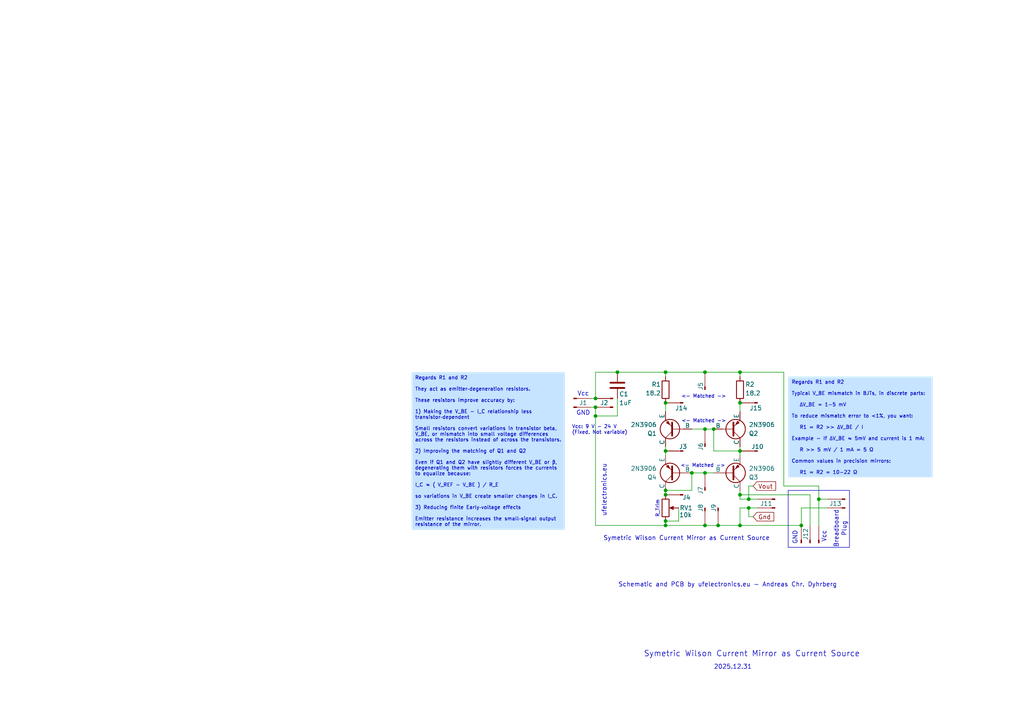
<source format=kicad_sch>
(kicad_sch (version 20250114) (generator "eeschema") (generator_version "9.0")
  (paper "A4")
  (lib_symbols
    (symbol "Conn_01x02_Pin_1" (pin_numbers (hide yes)) (pin_names (offset 1.016) (hide yes))
      (property "Reference" "J" (at 0 2.54 0))
      (property "Value" "Conn_01x02_Pin" (at 0 -5.08 0))
      (symbol "Conn_01x02_Pin_1_1_1"
        (rectangle (start 0.8636 0.127) (end 0 -0.127) (stroke (width 0.1524)) (fill (type outline)))
        (rectangle (start 0.8636 -2.413) (end 0 -2.667) (stroke (width 0.1524)) (fill (type outline)))
        (polyline (pts (xy 1.27 0) (xy 0.8636 0)) (stroke (width 0.1524)))
        (polyline (pts (xy 1.27 -2.54) (xy 0.8636 -2.54)) (stroke (width 0.1524)))
        (pin passive line (at 5.08 0 180) (length 3.81) (name "Pin_1") (number "1"))
        (pin passive line (at 5.08 -2.54 180) (length 3.81) (name "Pin_2") (number "2"))
      )
    )
    (symbol "Conn_01x02_Pin_2" (pin_numbers (hide yes)) (pin_names (offset 1.016) (hide yes))
      (property "Reference" "J" (at 0 2.54 0))
      (property "Value" "Conn_01x02_Pin" (at 0 -5.08 0))
      (symbol "Conn_01x02_Pin_2_1_1"
        (rectangle (start 0.8636 0.127) (end 0 -0.127) (stroke (width 0.1524)) (fill (type outline)))
        (rectangle (start 0.8636 -2.413) (end 0 -2.667) (stroke (width 0.1524)) (fill (type outline)))
        (polyline (pts (xy 1.27 0) (xy 0.8636 0)) (stroke (width 0.1524)))
        (polyline (pts (xy 1.27 -2.54) (xy 0.8636 -2.54)) (stroke (width 0.1524)))
        (pin passive line (at 5.08 0 180) (length 3.81) (name "Pin_1") (number "1"))
        (pin passive line (at 5.08 -2.54 180) (length 3.81) (name "Pin_2") (number "2"))
      )
    )
    (symbol "Conn_01x02_Pin_3" (pin_numbers (hide yes)) (pin_names (offset 1.016) (hide yes))
      (property "Reference" "J" (at 0 2.54 0))
      (property "Value" "Conn_01x02_Pin" (at 0 -5.08 0))
      (symbol "Conn_01x02_Pin_3_1_1"
        (rectangle (start 0.8636 0.127) (end 0 -0.127) (stroke (width 0.1524)) (fill (type outline)))
        (rectangle (start 0.8636 -2.413) (end 0 -2.667) (stroke (width 0.1524)) (fill (type outline)))
        (polyline (pts (xy 1.27 0) (xy 0.8636 0)) (stroke (width 0.1524)))
        (polyline (pts (xy 1.27 -2.54) (xy 0.8636 -2.54)) (stroke (width 0.1524)))
        (pin passive line (at 5.08 0 180) (length 3.81) (name "Pin_1") (number "1"))
        (pin passive line (at 5.08 -2.54 180) (length 3.81) (name "Pin_2") (number "2"))
      )
    )
    (symbol "Connector:Conn_01x01_Pin" (pin_numbers (hide yes)) (pin_names (offset 1.016) (hide yes))
      (property "Reference" "J" (at 0 2.54 0))
      (property "Value" "Conn_01x01_Pin" (at 0 -2.54 0))
      (symbol "Conn_01x01_Pin_1_1"
        (rectangle (start 0.8636 0.127) (end 0 -0.127) (stroke (width 0.1524)) (fill (type outline)))
        (polyline (pts (xy 1.27 0) (xy 0.8636 0)) (stroke (width 0.1524)))
        (pin passive line (at 5.08 0 180) (length 3.81) (name "Pin_1") (number "1"))
      )
    )
    (symbol "Connector:Conn_01x02_Pin" (pin_numbers (hide yes)) (pin_names (offset 1.016) (hide yes))
      (property "Reference" "J" (at 0 2.54 0))
      (property "Value" "Conn_01x02_Pin" (at 0 -5.08 0))
      (symbol "Conn_01x02_Pin_1_1"
        (rectangle (start 0.8636 0.127) (end 0 -0.127) (stroke (width 0.1524)) (fill (type outline)))
        (rectangle (start 0.8636 -2.413) (end 0 -2.667) (stroke (width 0.1524)) (fill (type outline)))
        (polyline (pts (xy 1.27 0) (xy 0.8636 0)) (stroke (width 0.1524)))
        (polyline (pts (xy 1.27 -2.54) (xy 0.8636 -2.54)) (stroke (width 0.1524)))
        (pin passive line (at 5.08 0 180) (length 3.81) (name "Pin_1") (number "1"))
        (pin passive line (at 5.08 -2.54 180) (length 3.81) (name "Pin_2") (number "2"))
      )
    )
    (symbol "Connector:Conn_01x03_Pin" (pin_numbers (hide yes)) (pin_names (offset 1.016) (hide yes))
      (property "Reference" "J" (at 0 5.08 0))
      (property "Value" "Conn_01x03_Pin" (at 0 -5.08 0))
      (symbol "Conn_01x03_Pin_1_1"
        (rectangle (start 0.8636 2.667) (end 0 2.413) (stroke (width 0.1524)) (fill (type outline)))
        (rectangle (start 0.8636 0.127) (end 0 -0.127) (stroke (width 0.1524)) (fill (type outline)))
        (rectangle (start 0.8636 -2.413) (end 0 -2.667) (stroke (width 0.1524)) (fill (type outline)))
        (polyline (pts (xy 1.27 2.54) (xy 0.8636 2.54)) (stroke (width 0.1524)))
        (polyline (pts (xy 1.27 0) (xy 0.8636 0)) (stroke (width 0.1524)))
        (polyline (pts (xy 1.27 -2.54) (xy 0.8636 -2.54)) (stroke (width 0.1524)))
        (pin passive line (at 5.08 2.54 180) (length 3.81) (name "Pin_1") (number "1"))
        (pin passive line (at 5.08 0 180) (length 3.81) (name "Pin_2") (number "2"))
        (pin passive line (at 5.08 -2.54 180) (length 3.81) (name "Pin_3") (number "3"))
      )
    )
    (symbol "Device:C" (pin_numbers (hide yes)) (pin_names (offset 0.254))
      (property "Reference" "C" (at 0.635 2.54 0))
      (property "Value" "C" (at 0.635 -2.54 0))
      (symbol "C_0_1"
        (polyline (pts (xy -2.032 0.762) (xy 2.032 0.762)) (stroke (width 0.508)))
        (polyline (pts (xy -2.032 -0.762) (xy 2.032 -0.762)) (stroke (width 0.508)))
      )
      (symbol "C_1_1"
        (pin passive line (at 0 3.81 270) (length 2.794) (name "~") (number "1"))
        (pin passive line (at 0 -3.81 90) (length 2.794) (name "~") (number "2"))
      )
    )
    (symbol "Device:R" (pin_numbers (hide yes)) (pin_names (offset 0))
      (property "Reference" "R" (at 2.032 0 90))
      (property "Value" "R" (at 0 0 90))
      (symbol "R_0_1"
        (rectangle (start -1.016 -2.54) (end 1.016 2.54) (stroke (width 0.254)))
      )
      (symbol "R_1_1"
        (pin passive line (at 0 3.81 270) (length 1.27) (name "~") (number "1"))
        (pin passive line (at 0 -3.81 90) (length 1.27) (name "~") (number "2"))
      )
    )
    (symbol "Device:R_Potentiometer" (pin_numbers (hide yes)) (pin_names (offset 1.016) (hide yes))
      (property "Reference" "RV" (at -4.445 0 90))
      (property "Value" "R_Potentiometer" (at -2.54 0 90))
      (symbol "R_Potentiometer_0_1"
        (rectangle (start 1.016 2.54) (end -1.016 -2.54) (stroke (width 0.254)))
        (polyline (pts (xy 1.143 0) (xy 2.286 0.508) (xy 2.286 -0.508) (xy 1.143 0)) (fill (type outline)))
        (polyline (pts (xy 2.54 0) (xy 1.524 0)))
      )
      (symbol "R_Potentiometer_1_1"
        (pin passive line (at 0 3.81 270) (length 1.27) (name "1") (number "1"))
        (pin passive line (at 0 -3.81 90) (length 1.27) (name "3") (number "3"))
        (pin passive line (at 3.81 0 180) (length 1.27) (name "2") (number "2"))
      )
    )
    (symbol "Simulation_SPICE:PNP" (pin_numbers (hide yes)) (pin_names (offset 0))
      (property "Reference" "Q" (at -2.54 7.62 0))
      (property "Value" "PNP" (at -2.54 5.08 0))
      (symbol "PNP_0_1"
        (polyline (pts (xy -2.54 0) (xy 0.635 0)) (stroke (width 0.1524)))
        (polyline (pts (xy 0.635 1.905) (xy 0.635 -1.905) (xy 0.635 -1.905)) (stroke (width 0.508)))
        (polyline (pts (xy 0.635 0.635) (xy 2.54 2.54)))
        (polyline (pts (xy 0.635 -0.635) (xy 2.54 -2.54) (xy 2.54 -2.54)))
        (circle (center 1.27 0) (radius 2.8194) (stroke (width 0.254)))
        (polyline (pts (xy 2.286 -1.778) (xy 1.778 -2.286) (xy 1.27 -1.27) (xy 2.286 -1.778) (xy 2.286 -1.778)) (fill (type outline)))
      )
      (symbol "PNP_1_1"
        (pin input line (at -5.08 0 0) (length 2.54) (name "B") (number "2"))
        (pin open_collector line (at 2.54 5.08 270) (length 2.54) (name "C") (number "1"))
        (pin open_emitter line (at 2.54 -5.08 90) (length 2.54) (name "E") (number "3"))
      )
    )
  )
  (rectangle (start 228.6 142.24) (end 246.38 158.75))
  (text "2025.12.31" (at 207.01 193.548 0) (effects (font (size 1.27 1.27)) (justify left)))
  (text "<- Matched ->" (at 197.612 122.174 0) (effects (font (size 1.016 1.016)) (justify left)))
  (text "R_Trim" (at 190.754 147.574 90) (effects (font (size 1.016 1.016))))
  (text "<- Matched ->" (at 197.612 115.062 0) (effects (font (size 1.016 1.016)) (justify left)))
  (text "ufelectronics.eu" (at 175.26 142.24 90) (effects (font (size 1.27 1.27))))
  (text "Symetric Wilson Current Mirror as Current Source" (at 199.136 156.21 0) (effects (font (size 1.27 1.27))))
  (text "Plug" (at 244.856 153.416 90) (effects (font (size 1.27 1.27))))
  (text "Symetric Wilson Current Mirror as Current Source" (at 186.69 189.738 0) (effects (font (size 1.651 1.651)) (justify left)))
  (text "Schematic and PCB by ufelectronics.eu - Andreas Chr. Dyhrberg" (at 179.324 169.672 0) (effects (font (size 1.27 1.27)) (justify left)))
  (text "<- Matched ->" (at 197.358 135.128 0) (effects (font (size 1.016 1.016)) (justify left)))
  (text "Vcc" (at 169.164 114.3 0) (effects (font (size 1.27 1.27))))
  (text "GND" (at 169.164 119.888 0) (effects (font (size 1.27 1.27))))
  (text "Vcc" (at 239.014 153.924 90) (effects (font (size 1.27 1.27)) (justify right)))
  (text "Vcc: 9 V - 24 V\n(Fixed, Not variable)" (at 165.862 124.714 0) (effects (font (size 1.016 1.016)) (justify left)))
  (text "Breadboard" (at 242.57 153.416 90) (effects (font (size 1.27 1.27))))
  (text "GND" (at 230.632 155.956 90) (effects (font (size 1.27 1.27))))
  (text_box "Regards R1 and R2\n\nThey act as emitter‑degeneration resistors.\n\nThese resistors improve accuracy by:\n\n1) Making the V_BE - I_C relationship less transistor‑dependent\n\nSmall resistors convert variations in transistor beta, V_BE, or mismatch into small voltage differences across the resistors instead of across the transistors.\n\n2) Improving the matching of Q1 and Q2\n\nEven if Q1 and Q2 have slightly different V_BE or β, degenerating them with resistors forces the currents to equalize because:\n\nI_C ≈ ( V_REF − V_BE ) / R_E\n \nso variations in V_BE create smaller changes in I_C.\n\n3) Reducing finite Early‑voltage effects\n\nEmitter resistance increases the small‑signal output resistance of the mirror." (at 119.38 107.95 0) (size 44.45 45.72) (margins 0.9525 0.9525 0.9525 0.9525) (stroke (width -0.0001)) (fill (type color) (color 198 227 255 1)) (effects (font (size 1.016 1.016)) (justify left top)))
  (text_box "Regards R1 and R2\n\nTypical V_BE mismatch in BJTs, in discrete parts: \n\n   ΔV_BE​​ = 1-5 mV\n\nTo reduce mismatch error to <1%, you want:\n\n   R1 = R2 >> ΔV_BE​​ / I\n\nExample - If ΔV_BE ≈ 5 mV and current is 1 mA:\n\n   R >> 5 mV / 1 mA = 5 Ω\n\nCommon values in precision mirrors:\n\n   R1 = R2 = 10-22 Ω" (at 228.6 109.22 0) (size 41.91 29.21) (margins 0.9525 0.9525 0.9525 0.9525) (stroke (width -0.0001)) (fill (type color) (color 198 227 255 1)) (effects (font (size 1.016 1.016)) (justify left top)))
  (junction (at 172.72 118.11))
  (junction (at 204.47 107.95))
  (junction (at 172.72 120.65))
  (junction (at 193.04 142.24))
  (junction (at 214.63 116.84))
  (junction (at 214.63 143.51))
  (junction (at 200.66 137.16))
  (junction (at 237.49 144.78))
  (junction (at 193.04 130.81))
  (junction (at 232.41 152.4))
  (junction (at 179.07 107.95))
  (junction (at 193.04 107.95))
  (junction (at 214.63 152.4))
  (junction (at 208.28 152.4))
  (junction (at 214.63 107.95))
  (junction (at 172.72 115.57))
  (junction (at 217.17 147.32))
  (junction (at 214.63 130.81))
  (junction (at 217.17 144.78))
  (junction (at 207.01 124.46))
  (junction (at 204.47 137.16))
  (junction (at 204.47 124.46))
  (junction (at 193.04 143.51))
  (junction (at 193.04 151.13))
  (junction (at 204.47 152.4))
  (junction (at 193.04 152.4))
  (junction (at 193.04 116.84))
  (wire (pts (xy 207.01 124.46) (xy 207.01 130.81)))
  (wire (pts (xy 193.04 107.95) (xy 204.47 107.95)))
  (wire (pts (xy 217.17 147.32) (xy 217.17 149.86)))
  (wire (pts (xy 232.41 147.32) (xy 232.41 152.4)))
  (wire (pts (xy 193.04 152.4) (xy 204.47 152.4)))
  (wire (pts (xy 240.03 147.32) (xy 232.41 147.32)))
  (wire (pts (xy 193.04 107.95) (xy 193.04 109.22)))
  (wire (pts (xy 193.04 130.81) (xy 193.04 132.08)))
  (wire (pts (xy 193.04 142.24) (xy 200.66 142.24)))
  (wire (pts (xy 218.44 140.97) (xy 217.17 140.97)))
  (wire (pts (xy 172.72 120.65) (xy 172.72 152.4)))
  (wire (pts (xy 217.17 147.32) (xy 219.71 147.32)))
  (wire (pts (xy 204.47 107.95) (xy 214.63 107.95)))
  (wire (pts (xy 172.72 152.4) (xy 193.04 152.4)))
  (wire (pts (xy 214.63 152.4) (xy 214.63 147.32)))
  (wire (pts (xy 193.04 143.51) (xy 193.04 142.24)))
  (wire (pts (xy 196.85 147.32) (xy 196.85 151.13)))
  (wire (pts (xy 179.07 115.57) (xy 179.07 120.65)))
  (wire (pts (xy 217.17 144.78) (xy 219.71 144.78)))
  (wire (pts (xy 227.33 107.95) (xy 214.63 107.95)))
  (wire (pts (xy 204.47 137.16) (xy 207.01 137.16)))
  (wire (pts (xy 214.63 143.51) (xy 214.63 144.78)))
  (wire (pts (xy 207.01 130.81) (xy 214.63 130.81)))
  (wire (pts (xy 214.63 147.32) (xy 217.17 147.32)))
  (wire (pts (xy 237.49 144.78) (xy 237.49 140.97)))
  (wire (pts (xy 227.33 140.97) (xy 227.33 107.95)))
  (wire (pts (xy 200.66 124.46) (xy 204.47 124.46)))
  (wire (pts (xy 218.44 149.86) (xy 217.17 149.86)))
  (wire (pts (xy 214.63 107.95) (xy 214.63 109.22)))
  (wire (pts (xy 204.47 152.4) (xy 208.28 152.4)))
  (wire (pts (xy 237.49 144.78) (xy 240.03 144.78)))
  (wire (pts (xy 172.72 107.95) (xy 172.72 115.57)))
  (wire (pts (xy 200.66 142.24) (xy 200.66 137.16)))
  (wire (pts (xy 179.07 107.95) (xy 193.04 107.95)))
  (wire (pts (xy 204.47 124.46) (xy 207.01 124.46)))
  (wire (pts (xy 214.63 144.78) (xy 217.17 144.78)))
  (wire (pts (xy 172.72 107.95) (xy 179.07 107.95)))
  (wire (pts (xy 234.95 152.4) (xy 234.95 143.51)))
  (wire (pts (xy 237.49 144.78) (xy 237.49 152.4)))
  (wire (pts (xy 171.45 115.57) (xy 172.72 115.57)))
  (wire (pts (xy 214.63 116.84) (xy 214.63 119.38)))
  (wire (pts (xy 214.63 130.81) (xy 214.63 132.08)))
  (wire (pts (xy 193.04 151.13) (xy 196.85 151.13)))
  (wire (pts (xy 217.17 140.97) (xy 217.17 144.78)))
  (wire (pts (xy 237.49 140.97) (xy 227.33 140.97)))
  (wire (pts (xy 193.04 129.54) (xy 193.04 130.81)))
  (wire (pts (xy 214.63 142.24) (xy 214.63 143.51)))
  (wire (pts (xy 179.07 120.65) (xy 172.72 120.65)))
  (wire (pts (xy 208.28 152.4) (xy 214.63 152.4)))
  (wire (pts (xy 232.41 152.4) (xy 214.63 152.4)))
  (wire (pts (xy 234.95 143.51) (xy 214.63 143.51)))
  (wire (pts (xy 193.04 116.84) (xy 193.04 119.38)))
  (wire (pts (xy 214.63 129.54) (xy 214.63 130.81)))
  (wire (pts (xy 171.45 118.11) (xy 172.72 118.11)))
  (wire (pts (xy 172.72 118.11) (xy 172.72 120.65)))
  (wire (pts (xy 193.04 151.13) (xy 193.04 152.4)))
  (wire (pts (xy 200.66 137.16) (xy 204.47 137.16)))
  (global_label "Gnd" (shape input) (at 218.44 149.86 0) (property "Intersheetrefs" "${INTERSHEET_REFS}" (effects (hide yes))))
  (global_label "Vout" (shape input) (at 218.44 140.97 0) (property "Intersheetrefs" "${INTERSHEET_REFS}" (effects (hide yes))))
  (symbol (lib_id "Connector:Conn_01x01_Pin") (at 198.12 116.84 0) (mirror y) (unit 1)
    (property "Reference" "J14" (at 197.612 118.364 0))
    (property "Value" "Conn_01x01_Pin" (effects (hide yes)))
    (property "Footprint" "Connector_PinHeader_2.54mm:PinHeader_1x01_P2.54mm_Vertical" (effects (hide yes)))
    (property "Description" "Generic connector, single row, 01x01, script generated" (effects (hide yes)))
  )
  (symbol (lib_id "Connector:Conn_01x01_Pin") (at 204.47 142.24 270) (mirror x) (unit 1)
    (property "Reference" "J7" (at 203.2 142.24 0))
    (property "Value" "Conn_01x01_Pin" (effects (hide yes)))
    (property "Footprint" "Connector_PinHeader_2.54mm:PinHeader_1x01_P2.54mm_Vertical" (effects (hide yes)))
    (property "Description" "Generic connector, single row, 01x01, script generated" (effects (hide yes)))
  )
  (symbol (lib_id "Simulation_SPICE:PNP") (at 212.09 124.46 0) (mirror x) (unit 1)
    (property "Reference" "Q2" (at 217.17 125.7301 0) (effects (justify left)))
    (property "Value" "2N3906" (at 217.17 123.1901 0) (effects (justify left)))
    (property "Footprint" "Package_TO_SOT_THT:TO-92_Inline_Wide" (effects (hide yes)))
    (property "Datasheet" "https://ngspice.sourceforge.io/docs/ngspice-html-manual/manual.xhtml#cha_BJTs" (effects (hide yes)))
    (property "Description" "Bipolar transistor symbol for simulation only, substrate tied to the emitter" (effects (hide yes)))
    (property "Sim.Device" "PNP" (effects (hide yes)))
    (property "Sim.Type" "GUMMELPOON" (effects (hide yes)))
    (property "Sim.Pins" "1=C 2=B 3=E" (effects (hide yes)))
    (property "Sim.Library" "spice-models/standard.lib" (effects (hide yes)))
    (property "Sim.Name" "2N3906" (effects (hide yes)))
  )
  (symbol (lib_id "Connector:Conn_01x02_Pin") (at 224.79 144.78 0) (mirror y) (unit 1)
    (property "Reference" "J11" (at 222.25 146.05 0))
    (property "Value" "Conn_01x02_Pin" (effects (hide yes)))
    (property "Footprint" "Connector_PinHeader_2.54mm:PinHeader_1x02_P2.54mm_Vertical" (effects (hide yes)))
    (property "Description" "Generic connector, single row, 01x02, script generated" (effects (hide yes)))
  )
  (symbol (lib_id "Connector:Conn_01x01_Pin") (at 204.47 147.32 270) (unit 1)
    (property "Reference" "J8" (at 203.2 147.32 0))
    (property "Value" "Conn_01x01_Pin" (effects (hide yes)))
    (property "Footprint" "Connector_PinHeader_2.54mm:PinHeader_1x01_P2.54mm_Vertical" (effects (hide yes)))
    (property "Description" "Generic connector, single row, 01x01, script generated" (effects (hide yes)))
  )
  (symbol (lib_id "Device:C") (at 179.07 111.76 0) (unit 1)
    (property "Reference" "C1" (at 179.578 114.3 0) (effects (justify left)))
    (property "Value" "1uF" (at 179.578 116.84 0) (effects (justify left)))
    (property "Footprint" "Capacitor_THT:C_Disc_D7.0mm_W2.5mm_P5.00mm" (effects (hide yes)))
    (property "Description" "Unpolarized capacitor" (effects (hide yes)))
  )
  (symbol (lib_id "Device:R") (at 193.04 113.03 0) (unit 1)
    (property "Reference" "R1" (at 188.976 111.506 0) (effects (justify left)))
    (property "Value" "18.2" (at 187.198 114.046 0) (effects (justify left)))
    (property "Footprint" "Resistor_THT:R_Axial_DIN0207_L6.3mm_D2.5mm_P10.16mm_Horizontal" (effects (hide yes)))
    (property "Description" "Resistor" (effects (hide yes)))
  )
  (symbol (lib_id "Simulation_SPICE:PNP") (at 195.58 137.16 180) (unit 1)
    (property "Reference" "Q4" (at 190.5 138.4301 0) (effects (justify left)))
    (property "Value" "2N3906" (at 190.5 135.8901 0) (effects (justify left)))
    (property "Footprint" "Package_TO_SOT_THT:TO-92_Inline_Wide" (effects (hide yes)))
    (property "Datasheet" "https://ngspice.sourceforge.io/docs/ngspice-html-manual/manual.xhtml#cha_BJTs" (effects (hide yes)))
    (property "Description" "Bipolar transistor symbol for simulation only, substrate tied to the emitter" (effects (hide yes)))
    (property "Sim.Device" "PNP" (effects (hide yes)))
    (property "Sim.Type" "GUMMELPOON" (effects (hide yes)))
    (property "Sim.Pins" "1=C 2=B 3=E" (effects (hide yes)))
    (property "Sim.Library" "spice-models/standard.lib" (effects (hide yes)))
    (property "Sim.Name" "2N3906" (effects (hide yes)))
  )
  (symbol (lib_id "Connector:Conn_01x01_Pin") (at 204.47 129.54 270) (mirror x) (unit 1)
    (property "Reference" "J6" (at 203.2 129.54 0))
    (property "Value" "Conn_01x01_Pin" (effects (hide yes)))
    (property "Footprint" "Connector_PinHeader_2.54mm:PinHeader_1x01_P2.54mm_Vertical" (effects (hide yes)))
    (property "Description" "Generic connector, single row, 01x01, script generated" (effects (hide yes)))
  )
  (symbol (lib_id "Connector:Conn_01x01_Pin") (at 219.71 130.81 0) (mirror y) (unit 1)
    (property "Reference" "J10" (at 219.71 129.54 0))
    (property "Value" "Conn_01x01_Pin" (effects (hide yes)))
    (property "Footprint" "Connector_PinHeader_2.54mm:PinHeader_1x01_P2.54mm_Vertical" (effects (hide yes)))
    (property "Description" "Generic connector, single row, 01x01, script generated" (effects (hide yes)))
  )
  (symbol (lib_id "Connector:Conn_01x01_Pin") (at 204.47 113.03 270) (mirror x) (unit 1)
    (property "Reference" "J5" (at 203.2 112.014 0))
    (property "Value" "Conn_01x01_Pin" (effects (hide yes)))
    (property "Footprint" "Connector_PinHeader_2.54mm:PinHeader_1x01_P2.54mm_Vertical" (effects (hide yes)))
    (property "Description" "Generic connector, single row, 01x01, script generated" (effects (hide yes)))
  )
  (symbol (lib_id "Device:R_Potentiometer") (at 193.04 147.32 0) (unit 1)
    (property "Reference" "RV1" (at 200.914 147.32 0) (effects (justify right)))
    (property "Value" "10k" (at 200.66 149.352 0) (effects (justify right)))
    (property "Footprint" "Potentiometer_THT:Potentiometer_Bourns_3296W_Vertical" (effects (hide yes)))
    (property "Datasheet" "https://eu.mouser.com/datasheet/3/40/1/3296.pdf" (effects (hide yes)))
    (property "Description" "Potentiometer" (effects (hide yes)))
  )
  (symbol (lib_id "Connector:Conn_01x01_Pin") (at 198.12 130.81 0) (mirror y) (unit 1)
    (property "Reference" "J3" (at 198.12 129.54 0))
    (property "Value" "Conn_01x01_Pin" (effects (hide yes)))
    (property "Footprint" "Connector_PinHeader_2.54mm:PinHeader_1x01_P2.54mm_Vertical" (effects (hide yes)))
    (property "Description" "Generic connector, single row, 01x01, script generated" (effects (hide yes)))
  )
  (symbol (lib_id "Connector:Conn_01x01_Pin") (at 198.12 143.51 180) (unit 1)
    (property "Reference" "J4" (at 199.136 144.272 0))
    (property "Value" "Conn_01x01_Pin" (effects (hide yes)))
    (property "Footprint" "Connector_PinHeader_2.54mm:PinHeader_1x01_P2.54mm_Vertical" (effects (hide yes)))
    (property "Description" "Generic connector, single row, 01x01, script generated" (effects (hide yes)))
  )
  (symbol (lib_name "Conn_01x02_Pin_1") (lib_id "Connector:Conn_01x02_Pin") (at 166.37 115.57 0) (unit 1)
    (property "Reference" "J1" (at 169.164 116.84 0))
    (property "Value" "Conn_01x02_Pin" (effects (hide yes)))
    (property "Footprint" "Connector_PinHeader_2.54mm:PinHeader_1x02_P2.54mm_Vertical" (effects (hide yes)))
    (property "Description" "Generic connector, single row, 01x02, script generated" (effects (hide yes)))
  )
  (symbol (lib_name "Conn_01x02_Pin_3") (lib_id "Connector:Conn_01x02_Pin") (at 245.11 144.78 0) (mirror y) (unit 1)
    (property "Reference" "J13" (at 242.316 146.05 0))
    (property "Value" "Conn_01x02_Pin" (effects (hide yes)))
    (property "Footprint" "Connector_PinHeader_2.54mm:PinHeader_1x02_P2.54mm_Vertical" (effects (hide yes)))
    (property "Description" "Generic connector, single row, 01x02, script generated" (effects (hide yes)))
  )
  (symbol (lib_id "Device:R") (at 214.63 113.03 0) (unit 1)
    (property "Reference" "R2" (at 216.154 111.506 0) (effects (justify left)))
    (property "Value" "18.2" (at 216.154 114.046 0) (effects (justify left)))
    (property "Footprint" "Resistor_THT:R_Axial_DIN0207_L6.3mm_D2.5mm_P10.16mm_Horizontal" (effects (hide yes)))
    (property "Description" "Resistor" (effects (hide yes)))
  )
  (symbol (lib_id "Simulation_SPICE:PNP") (at 212.09 137.16 0) (mirror x) (unit 1)
    (property "Reference" "Q3" (at 217.17 138.4301 0) (effects (justify left)))
    (property "Value" "2N3906" (at 217.17 135.8901 0) (effects (justify left)))
    (property "Footprint" "Package_TO_SOT_THT:TO-92_Inline_Wide" (effects (hide yes)))
    (property "Datasheet" "https://ngspice.sourceforge.io/docs/ngspice-html-manual/manual.xhtml#cha_BJTs" (effects (hide yes)))
    (property "Description" "Bipolar transistor symbol for simulation only, substrate tied to the emitter" (effects (hide yes)))
    (property "Sim.Device" "PNP" (effects (hide yes)))
    (property "Sim.Type" "GUMMELPOON" (effects (hide yes)))
    (property "Sim.Pins" "1=C 2=B 3=E" (effects (hide yes)))
    (property "Sim.Library" "spice-models/standard.lib" (effects (hide yes)))
    (property "Sim.Name" "2N3906" (effects (hide yes)))
  )
  (symbol (lib_name "Conn_01x02_Pin_2") (lib_id "Connector:Conn_01x02_Pin") (at 177.8 115.57 0) (mirror y) (unit 1)
    (property "Reference" "J2" (at 175.26 116.84 0))
    (property "Value" "Conn_01x02_Pin" (effects (hide yes)))
    (property "Footprint" "Connector_PinHeader_2.54mm:PinHeader_1x02_P2.54mm_Vertical" (effects (hide yes)))
    (property "Description" "Generic connector, single row, 01x02, script generated" (effects (hide yes)))
  )
  (symbol (lib_id "Connector:Conn_01x01_Pin") (at 219.71 116.84 0) (mirror y) (unit 1)
    (property "Reference" "J15" (at 219.202 118.364 0))
    (property "Value" "Conn_01x01_Pin" (effects (hide yes)))
    (property "Footprint" "Connector_PinHeader_2.54mm:PinHeader_1x01_P2.54mm_Vertical" (effects (hide yes)))
    (property "Description" "Generic connector, single row, 01x01, script generated" (effects (hide yes)))
  )
  (symbol (lib_id "Connector:Conn_01x03_Pin") (at 234.95 157.48 270) (mirror x) (unit 1)
    (property "Reference" "J12" (at 233.68 154.94 0))
    (property "Value" "Conn_01x03_Pin" (effects (hide yes)))
    (property "Footprint" "Connector_PinHeader_2.54mm:PinHeader_1x03_P2.54mm_Vertical" (effects (hide yes)))
    (property "Description" "Generic connector, single row, 01x03, script generated" (effects (hide yes)))
  )
  (symbol (lib_id "Simulation_SPICE:PNP") (at 195.58 124.46 180) (unit 1)
    (property "Reference" "Q1" (at 190.5 125.7301 0) (effects (justify left)))
    (property "Value" "2N3906" (at 190.5 123.1901 0) (effects (justify left)))
    (property "Footprint" "Package_TO_SOT_THT:TO-92_Inline_Wide" (effects (hide yes)))
    (property "Datasheet" "https://ngspice.sourceforge.io/docs/ngspice-html-manual/manual.xhtml#cha_BJTs" (effects (hide yes)))
    (property "Description" "Bipolar transistor symbol for simulation only, substrate tied to the emitter" (effects (hide yes)))
    (property "Sim.Device" "PNP" (effects (hide yes)))
    (property "Sim.Type" "GUMMELPOON" (effects (hide yes)))
    (property "Sim.Pins" "1=C 2=B 3=E" (effects (hide yes)))
    (property "Sim.Library" "spice-models/standard.lib" (effects (hide yes)))
    (property "Sim.Name" "2N3906" (effects (hide yes)))
  )
  (symbol (lib_id "Connector:Conn_01x01_Pin") (at 208.28 147.32 270) (unit 1)
    (property "Reference" "J9" (at 207.01 147.32 0))
    (property "Value" "Conn_01x01_Pin" (effects (hide yes)))
    (property "Footprint" "Connector_PinHeader_2.54mm:PinHeader_1x01_P2.54mm_Vertical" (effects (hide yes)))
    (property "Description" "Generic connector, single row, 01x01, script generated" (effects (hide yes)))
  )
)
</source>
